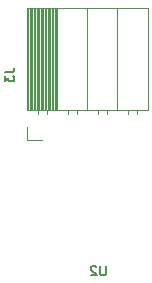
<source format=gbr>
G04 #@! TF.GenerationSoftware,KiCad,Pcbnew,(5.1.6-0-10_14)*
G04 #@! TF.CreationDate,2020-12-22T18:49:04+01:00*
G04 #@! TF.ProjectId,cdm324,63646d33-3234-42e6-9b69-6361645f7063,rev?*
G04 #@! TF.SameCoordinates,Original*
G04 #@! TF.FileFunction,Legend,Bot*
G04 #@! TF.FilePolarity,Positive*
%FSLAX46Y46*%
G04 Gerber Fmt 4.6, Leading zero omitted, Abs format (unit mm)*
G04 Created by KiCad (PCBNEW (5.1.6-0-10_14)) date 2020-12-22 18:49:04*
%MOMM*%
%LPD*%
G01*
G04 APERTURE LIST*
%ADD10C,0.120000*%
%ADD11C,0.153000*%
G04 APERTURE END LIST*
D10*
X95040000Y-59160000D02*
X95040000Y-67790000D01*
X95158095Y-59160000D02*
X95158095Y-67790000D01*
X95276190Y-59160000D02*
X95276190Y-67790000D01*
X95394285Y-59160000D02*
X95394285Y-67790000D01*
X95512380Y-59160000D02*
X95512380Y-67790000D01*
X95630475Y-59160000D02*
X95630475Y-67790000D01*
X95748570Y-59160000D02*
X95748570Y-67790000D01*
X95866665Y-59160000D02*
X95866665Y-67790000D01*
X95984760Y-59160000D02*
X95984760Y-67790000D01*
X96102855Y-59160000D02*
X96102855Y-67790000D01*
X96220950Y-59160000D02*
X96220950Y-67790000D01*
X96339045Y-59160000D02*
X96339045Y-67790000D01*
X96457140Y-59160000D02*
X96457140Y-67790000D01*
X96575235Y-59160000D02*
X96575235Y-67790000D01*
X96693330Y-59160000D02*
X96693330Y-67790000D01*
X96811425Y-59160000D02*
X96811425Y-67790000D01*
X96929520Y-59160000D02*
X96929520Y-67790000D01*
X97047615Y-59160000D02*
X97047615Y-67790000D01*
X97165710Y-59160000D02*
X97165710Y-67790000D01*
X97283805Y-59160000D02*
X97283805Y-67790000D01*
X97401900Y-59160000D02*
X97401900Y-67790000D01*
X95890000Y-67790000D02*
X95890000Y-68140000D01*
X96610000Y-67790000D02*
X96610000Y-68140000D01*
X98430000Y-67790000D02*
X98430000Y-68200000D01*
X99150000Y-67790000D02*
X99150000Y-68200000D01*
X100970000Y-67790000D02*
X100970000Y-68200000D01*
X101690000Y-67790000D02*
X101690000Y-68200000D01*
X103510000Y-67790000D02*
X103510000Y-68200000D01*
X104230000Y-67790000D02*
X104230000Y-68200000D01*
X97520000Y-59160000D02*
X97520000Y-67790000D01*
X100060000Y-59160000D02*
X100060000Y-67790000D01*
X102600000Y-59160000D02*
X102600000Y-67790000D01*
X94920000Y-59160000D02*
X94920000Y-67790000D01*
X94920000Y-67790000D02*
X105200000Y-67790000D01*
X105200000Y-59160000D02*
X105200000Y-67790000D01*
X94920000Y-59160000D02*
X105200000Y-59160000D01*
X94920000Y-70360000D02*
X96250000Y-70360000D01*
X94920000Y-69250000D02*
X94920000Y-70360000D01*
D11*
X101599523Y-81021904D02*
X101599523Y-81669523D01*
X101561428Y-81745714D01*
X101523333Y-81783809D01*
X101447142Y-81821904D01*
X101294761Y-81821904D01*
X101218571Y-81783809D01*
X101180476Y-81745714D01*
X101142380Y-81669523D01*
X101142380Y-81021904D01*
X100799523Y-81098095D02*
X100761428Y-81060000D01*
X100685238Y-81021904D01*
X100494761Y-81021904D01*
X100418571Y-81060000D01*
X100380476Y-81098095D01*
X100342380Y-81174285D01*
X100342380Y-81250476D01*
X100380476Y-81364761D01*
X100837619Y-81821904D01*
X100342380Y-81821904D01*
X93041904Y-64603333D02*
X93613333Y-64603333D01*
X93727619Y-64565238D01*
X93803809Y-64489047D01*
X93841904Y-64374761D01*
X93841904Y-64298571D01*
X93041904Y-64908095D02*
X93041904Y-65403333D01*
X93346666Y-65136666D01*
X93346666Y-65250952D01*
X93384761Y-65327142D01*
X93422857Y-65365238D01*
X93499047Y-65403333D01*
X93689523Y-65403333D01*
X93765714Y-65365238D01*
X93803809Y-65327142D01*
X93841904Y-65250952D01*
X93841904Y-65022380D01*
X93803809Y-64946190D01*
X93765714Y-64908095D01*
M02*

</source>
